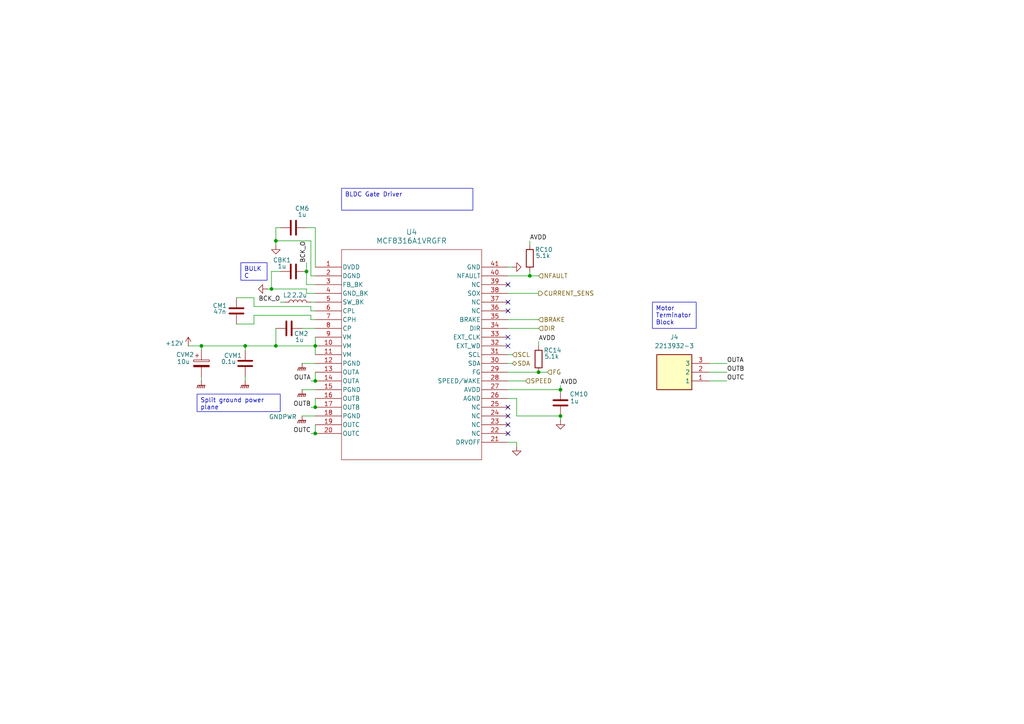
<source format=kicad_sch>
(kicad_sch (version 20231120) (generator "eeschema") (generator_version "8.0")
  (paper "A4")
  (title_block (title "FMU") (date "2024-04-05") (rev "1") (company "Daniel Pérez (steewBSD)") (comment 1 "Flight Management Unit for quadcopter"))
  (lib_symbols
    (symbol "2024-03-25_18-28-24:MCF8316A1VRGFR" (pin_names (offset 0.254))
      (property "Reference" "U" (at 27.94 10.16 0))
      (property "Value" "MCF8316A1VRGFR" (at 27.94 7.62 0))
      (symbol "MCF8316A1VRGFR_0_1"
        (polyline (pts (xy 7.62 -55.88) (xy 48.26 -55.88)) (stroke (width 0.127)))
        (polyline (pts (xy 7.62 5.08) (xy 7.62 -55.88)) (stroke (width 0.127)))
        (polyline (pts (xy 48.26 -55.88) (xy 48.26 5.08)) (stroke (width 0.127)))
        (polyline (pts (xy 48.26 5.08) (xy 7.62 5.08)) (stroke (width 0.127)))
        (pin power_in line (at 0 0 0) (length 7.62) (name "DVDD") (number "1"))
        (pin power_in line (at 0 -22.86 0) (length 7.62) (name "VM") (number "10"))
        (pin power_in line (at 0 -25.4 0) (length 7.62) (name "VM") (number "11"))
        (pin power_out line (at 0 -27.94 0) (length 7.62) (name "PGND") (number "12"))
        (pin output line (at 0 -30.48 0) (length 7.62) (name "OUTA") (number "13"))
        (pin output line (at 0 -33.02 0) (length 7.62) (name "OUTA") (number "14"))
        (pin power_in line (at 0 -35.56 0) (length 7.62) (name "PGND") (number "15"))
        (pin output line (at 0 -38.1 0) (length 7.62) (name "OUTB") (number "16"))
        (pin output line (at 0 -40.64 0) (length 7.62) (name "OUTB") (number "17"))
        (pin power_in line (at 0 -43.18 0) (length 7.62) (name "PGND") (number "18"))
        (pin output line (at 0 -45.72 0) (length 7.62) (name "OUTC") (number "19"))
        (pin power_out line (at 0 -2.54 0) (length 7.62) (name "DGND") (number "2"))
        (pin output line (at 0 -48.26 0) (length 7.62) (name "OUTC") (number "20"))
        (pin input line (at 55.88 -50.8 180) (length 7.62) (name "DRVOFF") (number "21"))
        (pin no_connect line (at 55.88 -48.26 180) (length 7.62) (name "NC") (number "22"))
        (pin no_connect line (at 55.88 -45.72 180) (length 7.62) (name "NC") (number "23"))
        (pin no_connect line (at 55.88 -43.18 180) (length 7.62) (name "NC") (number "24"))
        (pin no_connect line (at 55.88 -40.64 180) (length 7.62) (name "NC") (number "25"))
        (pin power_out line (at 55.88 -38.1 180) (length 7.62) (name "AGND") (number "26"))
        (pin power_in line (at 55.88 -35.56 180) (length 7.62) (name "AVDD") (number "27"))
        (pin input line (at 55.88 -33.02 180) (length 7.62) (name "SPEED/WAKE") (number "28"))
        (pin output line (at 55.88 -30.48 180) (length 7.62) (name "FG") (number "29"))
        (pin power_in line (at 0 -5.08 0) (length 7.62) (name "FB_BK") (number "3"))
        (pin bidirectional line (at 55.88 -27.94 180) (length 7.62) (name "SDA") (number "30"))
        (pin input line (at 55.88 -25.4 180) (length 7.62) (name "SCL") (number "31"))
        (pin input line (at 55.88 -22.86 180) (length 7.62) (name "EXT_WD") (number "32"))
        (pin input line (at 55.88 -20.32 180) (length 7.62) (name "EXT_CLK") (number "33"))
        (pin input line (at 55.88 -17.78 180) (length 7.62) (name "DIR") (number "34"))
        (pin input line (at 55.88 -15.24 180) (length 7.62) (name "BRAKE") (number "35"))
        (pin no_connect line (at 55.88 -12.7 180) (length 7.62) (name "NC") (number "36"))
        (pin no_connect line (at 55.88 -10.16 180) (length 7.62) (name "NC") (number "37"))
        (pin output line (at 55.88 -7.62 180) (length 7.62) (name "SOX") (number "38"))
        (pin no_connect line (at 55.88 -5.08 180) (length 7.62) (name "NC") (number "39"))
        (pin power_out line (at 0 -7.62 0) (length 7.62) (name "GND_BK") (number "4"))
        (pin output line (at 55.88 -2.54 180) (length 7.62) (name "NFAULT") (number "40"))
        (pin power_out line (at 55.88 0 180) (length 7.62) (name "GND") (number "41"))
        (pin power_in line (at 0 -10.16 0) (length 7.62) (name "SW_BK") (number "5"))
        (pin power_in line (at 0 -12.7 0) (length 7.62) (name "CPL") (number "6"))
        (pin power_in line (at 0 -15.24 0) (length 7.62) (name "CPH") (number "7"))
        (pin power_in line (at 0 -17.78 0) (length 7.62) (name "CP") (number "8"))
        (pin power_in line (at 0 -20.32 0) (length 7.62) (name "VM") (number "9"))
      )
    )
    (symbol "2213932-3:2213932-3"
      (property "Reference" "J" (at 16.51 7.62 0))
      (property "Value" "2213932-3" (at 16.51 5.08 0))
      (symbol "2213932-3_1_1"
        (rectangle (start 5.08 2.54) (end 15.24 -7.62) (stroke (width 0.254)) (fill (type background)))
        (pin passive line (at 0 0 0) (length 5.08) (name "1") (number "1"))
        (pin passive line (at 0 -2.54 0) (length 5.08) (name "2") (number "2"))
        (pin passive line (at 0 -5.08 0) (length 5.08) (name "3") (number "3"))
      )
    )
    (symbol "Device:C" (pin_numbers hide) (pin_names (offset 0.254))
      (property "Reference" "C" (at 0.635 2.54 0))
      (property "Value" "C" (at 0.635 -2.54 0))
      (symbol "C_0_1"
        (polyline (pts (xy -2.032 -0.762) (xy 2.032 -0.762)) (stroke (width 0.508)))
        (polyline (pts (xy -2.032 0.762) (xy 2.032 0.762)) (stroke (width 0.508)))
      )
      (symbol "C_1_1"
        (pin passive line (at 0 3.81 270) (length 2.794) (name "~") (number "1"))
        (pin passive line (at 0 -3.81 90) (length 2.794) (name "~") (number "2"))
      )
    )
    (symbol "Device:C_Polarized" (pin_numbers hide) (pin_names (offset 0.254))
      (property "Reference" "C" (at 0.635 2.54 0))
      (property "Value" "C_Polarized" (at 0.635 -2.54 0))
      (symbol "C_Polarized_0_1"
        (rectangle (start -2.286 0.508) (end 2.286 1.016))
        (polyline (pts (xy -1.778 2.286) (xy -0.762 2.286)))
        (polyline (pts (xy -1.27 2.794) (xy -1.27 1.778)))
        (rectangle (start 2.286 -0.508) (end -2.286 -1.016) (fill (type outline)))
      )
      (symbol "C_Polarized_1_1"
        (pin passive line (at 0 3.81 270) (length 2.794) (name "~") (number "1"))
        (pin passive line (at 0 -3.81 90) (length 2.794) (name "~") (number "2"))
      )
    )
    (symbol "Device:L" (pin_numbers hide) (pin_names (offset 1.016) hide)
      (property "Reference" "L" (at -1.27 0 90))
      (property "Value" "L" (at 1.905 0 90))
      (symbol "L_0_1"
        (arc (start 0 -2.54) (mid 0.6323 -1.905) (end 0 -1.27))
        (arc (start 0 -1.27) (mid 0.6323 -0.635) (end 0 0))
        (arc (start 0 0) (mid 0.6323 0.635) (end 0 1.27))
        (arc (start 0 1.27) (mid 0.6323 1.905) (end 0 2.54))
      )
      (symbol "L_1_1"
        (pin passive line (at 0 3.81 270) (length 1.27) (name "1") (number "1"))
        (pin passive line (at 0 -3.81 90) (length 1.27) (name "2") (number "2"))
      )
    )
    (symbol "Device:R" (pin_numbers hide) (pin_names (offset 0))
      (property "Reference" "R" (at 2.032 0 90))
      (property "Value" "R" (at 0 0 90))
      (symbol "R_0_1"
        (rectangle (start -1.016 -2.54) (end 1.016 2.54) (stroke (width 0.254)))
      )
      (symbol "R_1_1"
        (pin passive line (at 0 3.81 270) (length 1.27) (name "~") (number "1"))
        (pin passive line (at 0 -3.81 90) (length 1.27) (name "~") (number "2"))
      )
    )
    (symbol "power:+12V" (power) (pin_numbers hide) (pin_names (offset 0) hide)
      (property "Value" "+12V" (at 0 3.556 0))
      (symbol "+12V_0_1"
        (polyline (pts (xy -0.762 1.27) (xy 0 2.54)))
        (polyline (pts (xy 0 0) (xy 0 2.54)))
        (polyline (pts (xy 0 2.54) (xy 0.762 1.27)))
      )
      (symbol "+12V_1_1"
        (pin power_in line (at 0 0 90) (length 0) (name "~") (number "1"))
      )
    )
    (symbol "power:GND" (power) (pin_numbers hide) (pin_names (offset 0) hide)
      (property "Value" "GND" (at 0 -3.81 0))
      (symbol "GND_0_1"
        (polyline (pts (xy 0 0) (xy 0 -1.27) (xy 1.27 -1.27) (xy 0 -2.54) (xy -1.27 -1.27) (xy 0 -1.27)))
      )
      (symbol "GND_1_1"
        (pin power_in line (at 0 0 270) (length 0) (name "~") (number "1"))
      )
    )
    (symbol "power:GNDPWR" (power) (pin_numbers hide) (pin_names (offset 0) hide)
      (property "Value" "GNDPWR" (at 0 -3.302 0))
      (symbol "GNDPWR_0_1"
        (polyline (pts (xy 0 -1.27) (xy 0 0)))
        (polyline (pts (xy -1.016 -1.27) (xy -1.27 -2.032) (xy -1.27 -2.032)) (stroke (width 0.2032)))
        (polyline (pts (xy -0.508 -1.27) (xy -0.762 -2.032) (xy -0.762 -2.032)) (stroke (width 0.2032)))
        (polyline (pts (xy 0 -1.27) (xy -0.254 -2.032) (xy -0.254 -2.032)) (stroke (width 0.2032)))
        (polyline (pts (xy 0.508 -1.27) (xy 0.254 -2.032) (xy 0.254 -2.032)) (stroke (width 0.2032)))
        (polyline (pts (xy 1.016 -1.27) (xy -1.016 -1.27) (xy -1.016 -1.27)) (stroke (width 0.2032)))
        (polyline (pts (xy 1.016 -1.27) (xy 0.762 -2.032) (xy 0.762 -2.032) (xy 0.762 -2.032)) (stroke (width 0.2032)))
      )
      (symbol "GNDPWR_1_1"
        (pin power_in line (at 0 0 270) (length 0) (name "~") (number "1"))
      )
    )
  )
  (junction (at 162.56 113.03))
  (junction (at 91.44 110.49))
  (junction (at 78.74 83.82))
  (junction (at 58.42 100.33))
  (junction (at 156.21 107.95))
  (junction (at 88.9 78.74))
  (junction (at 162.56 120.65))
  (junction (at 80.01 69.85))
  (junction (at 80.01 100.33))
  (junction (at 71.12 100.33))
  (junction (at 91.44 100.33))
  (junction (at 153.67 80.01))
  (junction (at 91.44 118.11))
  (junction (at 91.44 125.73))
  (no_connect (at 147.32 123.19))
  (no_connect (at 147.32 125.73))
  (no_connect (at 147.32 120.65))
  (no_connect (at 147.32 118.11))
  (no_connect (at 147.32 82.55))
  (no_connect (at 147.32 97.79))
  (no_connect (at 147.32 87.63))
  (no_connect (at 147.32 90.17))
  (no_connect (at 147.32 100.33))
  (wire (pts (xy 149.86 129.54) (xy 149.86 128.27)))
  (wire (pts (xy 147.32 80.01) (xy 153.67 80.01)))
  (wire (pts (xy 90.17 90.17) (xy 91.44 90.17)))
  (wire (pts (xy 73.66 86.36) (xy 73.66 88.9)))
  (wire (pts (xy 87.63 95.25) (xy 91.44 95.25)))
  (wire (pts (xy 205.74 105.41) (xy 210.82 105.41)))
  (wire (pts (xy 149.86 115.57) (xy 149.86 120.65)))
  (wire (pts (xy 88.9 83.82) (xy 88.9 85.09)))
  (wire (pts (xy 88.9 76.2) (xy 88.9 78.74)))
  (wire (pts (xy 147.32 110.49) (xy 152.4 110.49)))
  (wire (pts (xy 91.44 97.79) (xy 91.44 100.33)))
  (wire (pts (xy 205.74 110.49) (xy 210.82 110.49)))
  (wire (pts (xy 54.61 100.33) (xy 58.42 100.33)))
  (wire (pts (xy 153.67 69.85) (xy 153.67 71.12)))
  (wire (pts (xy 147.32 92.71) (xy 156.21 92.71)))
  (wire (pts (xy 58.42 100.33) (xy 71.12 100.33)))
  (wire (pts (xy 87.63 120.65) (xy 91.44 120.65)))
  (wire (pts (xy 156.21 99.06) (xy 156.21 100.33)))
  (wire (pts (xy 78.74 78.74) (xy 78.74 83.82)))
  (wire (pts (xy 88.9 66.04) (xy 91.44 66.04)))
  (wire (pts (xy 73.66 91.44) (xy 90.17 91.44)))
  (wire (pts (xy 147.32 105.41) (xy 148.59 105.41)))
  (wire (pts (xy 90.17 110.49) (xy 91.44 110.49)))
  (wire (pts (xy 147.32 95.25) (xy 156.21 95.25)))
  (wire (pts (xy 88.9 85.09) (xy 91.44 85.09)))
  (wire (pts (xy 162.56 120.65) (xy 162.56 121.92)))
  (wire (pts (xy 162.56 111.76) (xy 162.56 113.03)))
  (wire (pts (xy 77.47 83.82) (xy 78.74 83.82)))
  (wire (pts (xy 149.86 128.27) (xy 147.32 128.27)))
  (wire (pts (xy 147.32 102.87) (xy 148.59 102.87)))
  (wire (pts (xy 91.44 115.57) (xy 91.44 118.11)))
  (wire (pts (xy 153.67 80.01) (xy 156.21 80.01)))
  (wire (pts (xy 149.86 120.65) (xy 162.56 120.65)))
  (wire (pts (xy 205.74 107.95) (xy 210.82 107.95)))
  (wire (pts (xy 91.44 66.04) (xy 91.44 77.47)))
  (wire (pts (xy 58.42 100.33) (xy 58.42 101.6)))
  (wire (pts (xy 73.66 93.98) (xy 73.66 91.44)))
  (wire (pts (xy 149.86 115.57) (xy 147.32 115.57)))
  (wire (pts (xy 153.67 78.74) (xy 153.67 80.01)))
  (wire (pts (xy 90.17 88.9) (xy 90.17 90.17)))
  (wire (pts (xy 91.44 123.19) (xy 91.44 125.73)))
  (wire (pts (xy 87.63 113.03) (xy 91.44 113.03)))
  (wire (pts (xy 68.58 93.98) (xy 73.66 93.98)))
  (wire (pts (xy 81.28 66.04) (xy 80.01 66.04)))
  (wire (pts (xy 90.17 91.44) (xy 90.17 92.71)))
  (wire (pts (xy 80.01 69.85) (xy 90.17 69.85)))
  (wire (pts (xy 90.17 118.11) (xy 91.44 118.11)))
  (wire (pts (xy 80.01 100.33) (xy 91.44 100.33)))
  (wire (pts (xy 78.74 78.74) (xy 81.28 78.74)))
  (wire (pts (xy 147.32 85.09) (xy 156.21 85.09)))
  (wire (pts (xy 90.17 92.71) (xy 91.44 92.71)))
  (wire (pts (xy 71.12 109.22) (xy 71.12 110.49)))
  (wire (pts (xy 68.58 86.36) (xy 73.66 86.36)))
  (wire (pts (xy 147.32 77.47) (xy 148.59 77.47)))
  (wire (pts (xy 90.17 125.73) (xy 91.44 125.73)))
  (wire (pts (xy 73.66 88.9) (xy 90.17 88.9)))
  (wire (pts (xy 88.9 82.55) (xy 91.44 82.55)))
  (wire (pts (xy 156.21 107.95) (xy 158.75 107.95)))
  (wire (pts (xy 80.01 71.12) (xy 80.01 69.85)))
  (wire (pts (xy 80.01 66.04) (xy 80.01 69.85)))
  (wire (pts (xy 91.44 107.95) (xy 91.44 110.49)))
  (wire (pts (xy 90.17 69.85) (xy 90.17 80.01)))
  (wire (pts (xy 58.42 109.22) (xy 58.42 110.49)))
  (wire (pts (xy 87.63 105.41) (xy 91.44 105.41)))
  (wire (pts (xy 78.74 83.82) (xy 88.9 83.82)))
  (wire (pts (xy 80.01 95.25) (xy 80.01 100.33)))
  (wire (pts (xy 91.44 100.33) (xy 91.44 102.87)))
  (wire (pts (xy 81.28 87.63) (xy 82.55 87.63)))
  (wire (pts (xy 147.32 113.03) (xy 162.56 113.03)))
  (wire (pts (xy 71.12 100.33) (xy 80.01 100.33)))
  (wire (pts (xy 71.12 100.33) (xy 71.12 101.6)))
  (wire (pts (xy 88.9 78.74) (xy 88.9 82.55)))
  (wire (pts (xy 90.17 87.63) (xy 91.44 87.63)))
  (wire (pts (xy 90.17 80.01) (xy 91.44 80.01)))
  (wire (pts (xy 147.32 107.95) (xy 156.21 107.95)))
  (text_box "Motor Terminator Block" (at 189.23 87.63 0) (size 12.7 7.62) (effects (font (size 1.27 1.27)) (justify left top)))
  (text_box "BULK\nC" (at 69.85 76.2 0) (size 7.62 5.08) (effects (font (size 1.27 1.27)) (justify left top)))
  (text_box "BLDC Gate Driver" (at 99.06 54.61 0) (size 38.1 6.35) (effects (font (size 1.27 1.27)) (justify left top)))
  (text_box "Split ground power plane" (at 57.15 114.3 0) (size 24.13 5.08) (effects (font (size 1.27 1.27)) (justify left top)))
  (label "AVDD" (at 162.56 111.76 0))
  (label "AVDD" (at 153.67 69.85 0))
  (label "OUTB" (at 210.82 107.95 0))
  (label "BCK_O" (at 81.28 87.63 180))
  (label "OUTC" (at 90.17 125.73 180))
  (label "BCK_O" (at 88.9 76.2 90))
  (label "AVDD" (at 156.21 99.06 0))
  (label "OUTB" (at 90.17 118.11 180))
  (label "OUTA" (at 90.17 110.49 180))
  (label "OUTA" (at 210.82 105.41 0))
  (label "OUTC" (at 210.82 110.49 0))
  (hierarchical_label "CURRENT_SENS" (shape output) (at 156.21 85.09 0))
  (hierarchical_label "DIR" (shape input) (at 156.21 95.25 0))
  (hierarchical_label "BRAKE" (shape input) (at 156.21 92.71 0))
  (hierarchical_label "NFAULT" (shape input) (at 156.21 80.01 0))
  (hierarchical_label "SCL" (shape input) (at 148.59 102.87 0))
  (hierarchical_label "SDA" (shape bidirectional) (at 148.59 105.41 0))
  (hierarchical_label "SPEED" (shape input) (at 152.4 110.49 0))
  (hierarchical_label "FG" (shape input) (at 158.75 107.95 0))
  (symbol (lib_id "power:GND") (at 80.01 71.12 0) (unit 1)
    (property "Reference" "#PWR050" (effects (hide yes)))
    (property "Value" "GND" (effects (hide yes)))
    (property "Description" "Power symbol creates a global label with name \"GND\" , ground" (effects (hide yes)))
    (instances (project "fmu" (path "" (reference "#PWR050") (unit 1)) (path "" (reference "#PWR051") (unit 1)) (path "" (reference "#PWR052") (unit 1)) (path "" (reference "#PWR053") (unit 1))))
  )
  (symbol (lib_id "Device:L") (at 86.36 87.63 90) (unit 1)
    (property "Reference" "L2" (at 83.312 85.598 90))
    (property "Value" "2.2u" (at 86.868 85.598 90))
    (property "Footprint" "Inductor_SMD:L_0603_1608Metric" (effects (hide yes)))
    (property "Description" "Inductor" (effects (hide yes)))
    (property "Sat Current" "8A" (effects (hide yes)))
    (instances (project "fmu" (path "" (reference "L2") (unit 1)) (path "" (reference "L5") (unit 1)) (path "" (reference "L6") (unit 1)) (path "" (reference "L7") (unit 1))))
  )
  (symbol (lib_id "Device:C") (at 83.82 95.25 90) (unit 1)
    (property "Reference" "CM2" (at 87.376 96.774 90))
    (property "Value" "1u" (at 86.868 98.552 90))
    (property "Footprint" "Capacitor_SMD:C_0603_1608Metric" (effects (hide yes)))
    (property "Description" "Unpolarized capacitor" (effects (hide yes)))
    (property "Type" "X5R" (effects (hide yes)))
    (instances (project "fmu" (path "" (reference "CM2") (unit 1)) (path "" (reference "CM3") (unit 1)) (path "" (reference "CM4") (unit 1)) (path "" (reference "CM5") (unit 1))))
  )
  (symbol (lib_id "Device:C_Polarized") (at 58.42 105.41 0) (unit 1)
    (property "Reference" "CVM2" (at 51.054 102.87 0) (effects (justify left)))
    (property "Value" "10u" (at 51.308 104.902 0) (effects (justify left)))
    (property "Description" "Polarized capacitor" (effects (hide yes)))
    (instances (project "fmu" (path "" (reference "CVM2") (unit 1)) (path "" (reference "C2") (unit 1)) (path "" (reference "C3") (unit 1)) (path "" (reference "C4") (unit 1))))
  )
  (symbol (lib_id "Device:R") (at 153.67 74.93 0) (unit 1)
    (property "Reference" "RC10" (at 157.734 72.39 0))
    (property "Value" "5.1k" (at 157.48 74.168 0))
    (property "Footprint" "Resistor_SMD:R_0603_1608Metric" (effects (hide yes)))
    (property "Description" "Resistor" (effects (hide yes)))
    (instances (project "fmu" (path "" (reference "RC10") (unit 1)) (path "" (reference "RC11") (unit 1)) (path "" (reference "RC12") (unit 1)) (path "" (reference "RC13") (unit 1))))
  )
  (symbol (lib_id "2024-03-25_18-28-24:MCF8316A1VRGFR") (at 91.44 77.47 0) (unit 1)
    (property "Reference" "U4" (at 119.38 67.31 0) (effects (font (size 1.524 1.524))))
    (property "Value" "MCF8316A1VRGFR" (at 119.38 69.85 0) (effects (font (size 1.524 1.524))))
    (property "Footprint" "VQFN40_RGF_TEX" (effects (hide yes)))
    (property "Datasheet" "MCF8316A1VRGFR" (effects (hide yes)))
    (instances (project "fmu" (path "" (reference "U4") (unit 1)) (path "" (reference "U5") (unit 1)) (path "" (reference "U6") (unit 1)) (path "" (reference "U7") (unit 1))))
  )
  (symbol (lib_id "power:+12V") (at 54.61 100.33 0) (unit 1)
    (property "Reference" "#PWR063" (effects (hide yes)))
    (property "Value" "+12V" (at 50.546 99.568 0))
    (property "Description" "Power symbol creates a global label with name \"+12V\"" (effects (hide yes)))
    (instances (project "fmu" (path "" (reference "#PWR063") (unit 1)) (path "" (reference "#PWR064") (unit 1)) (path "" (reference "#PWR065") (unit 1)) (path "" (reference "#PWR066") (unit 1))))
  )
  (symbol (lib_id "power:GNDPWR") (at 71.12 110.49 0) (unit 1)
    (property "Reference" "#PWR046" (effects (hide yes)))
    (property "Value" "GNDPWR" (effects (hide yes)))
    (property "Description" "Power symbol creates a global label with name \"GNDPWR\" , global ground" (effects (hide yes)))
    (instances (project "fmu" (path "" (reference "#PWR046") (unit 1)) (path "" (reference "#PWR047") (unit 1)) (path "" (reference "#PWR048") (unit 1)) (path "" (reference "#PWR049") (unit 1))))
  )
  (symbol (lib_id "power:GND") (at 162.56 121.92 0) (unit 1)
    (property "Reference" "#PWR054" (effects (hide yes)))
    (property "Value" "GND" (effects (hide yes)))
    (property "Description" "Power symbol creates a global label with name \"GND\" , ground" (effects (hide yes)))
    (instances (project "fmu" (path "" (reference "#PWR054") (unit 1)) (path "" (reference "#PWR055") (unit 1)) (path "" (reference "#PWR056") (unit 1)) (path "" (reference "#PWR057") (unit 1))))
  )
  (symbol (lib_id "Device:C") (at 162.56 116.84 0) (unit 1)
    (property "Reference" "CM10" (at 167.894 114.3 0))
    (property "Value" "1u" (at 166.624 116.332 0))
    (property "Footprint" "Capacitor_SMD:C_0603_1608Metric" (effects (hide yes)))
    (property "Description" "Unpolarized capacitor" (effects (hide yes)))
    (property "Type" "X5R" (effects (hide yes)))
    (instances (project "fmu" (path "" (reference "CM10") (unit 1)) (path "" (reference "CM11") (unit 1)) (path "" (reference "CM12") (unit 1)) (path "" (reference "CM13") (unit 1))))
  )
  (symbol (lib_id "power:GNDPWR") (at 87.63 120.65 0) (unit 1)
    (property "Reference" "#PWR071" (effects (hide yes)))
    (property "Value" "GNDPWR" (at 82.042 120.904 0))
    (property "Description" "Power symbol creates a global label with name \"GNDPWR\" , global ground" (effects (hide yes)))
    (instances (project "fmu" (path "" (reference "#PWR071") (unit 1)) (path "" (reference "#PWR072") (unit 1)) (path "" (reference "#PWR073") (unit 1)) (path "" (reference "#PWR074") (unit 1))))
  )
  (symbol (lib_id "Device:C") (at 85.09 78.74 90) (unit 1)
    (property "Reference" "CBK1" (at 81.788 75.438 90))
    (property "Value" "1u" (at 81.788 77.216 90))
    (property "Footprint" "Capacitor_SMD:C_0603_1608Metric" (effects (hide yes)))
    (property "Description" "Buck output capacitor" (effects (hide yes)))
    (property "Type" "X5R" (effects (hide yes)))
    (instances (project "fmu" (path "" (reference "CBK1") (unit 1)) (path "" (reference "CM18") (unit 1)) (path "" (reference "CM19") (unit 1)) (path "" (reference "CM20") (unit 1))))
  )
  (symbol (lib_id "power:GND") (at 149.86 129.54 0) (unit 1)
    (property "Reference" "#PWR097" (effects (hide yes)))
    (property "Value" "GND" (effects (hide yes)))
    (property "Description" "Power symbol creates a global label with name \"GND\" , ground" (effects (hide yes)))
    (instances (project "fmu" (path "" (reference "#PWR097") (unit 1)) (path "" (reference "#PWR098") (unit 1)) (path "" (reference "#PWR099") (unit 1)) (path "" (reference "#PWR0100") (unit 1))))
  )
  (symbol (lib_id "Device:C") (at 71.12 105.41 180) (unit 1)
    (property "Reference" "CVM1" (at 67.564 103.124 0))
    (property "Value" "0.1u" (at 66.294 104.902 0))
    (property "Footprint" "Capacitor_SMD:C_0603_1608Metric" (effects (hide yes)))
    (property "Description" "Unpolarized capacitor" (effects (hide yes)))
    (property "Type" "X5R" (effects (hide yes)))
    (instances (project "fmu" (path "" (reference "CVM1") (unit 1)) (path "" (reference "CM15") (unit 1)) (path "" (reference "CM16") (unit 1)) (path "" (reference "CM17") (unit 1))))
  )
  (symbol (lib_id "Device:R") (at 156.21 104.14 0) (unit 1)
    (property "Reference" "RC14" (at 160.274 101.6 0))
    (property "Value" "5.1k" (at 160.02 103.378 0))
    (property "Footprint" "Resistor_SMD:R_0603_1608Metric" (effects (hide yes)))
    (property "Description" "Resistor" (effects (hide yes)))
    (instances (project "fmu" (path "" (reference "RC14") (unit 1)) (path "" (reference "RC15") (unit 1)) (path "" (reference "RC16") (unit 1)) (path "" (reference "RC17") (unit 1))))
  )
  (symbol (lib_id "Device:C") (at 68.58 90.17 180) (unit 1)
    (property "Reference" "CM1" (at 63.754 88.646 0))
    (property "Value" "47n" (at 63.754 90.424 0))
    (property "Footprint" "Capacitor_SMD:C_0603_1608Metric" (effects (hide yes)))
    (property "Description" "Unpolarized capacitor" (effects (hide yes)))
    (property "Type" "X5R" (effects (hide yes)))
    (instances (project "fmu" (path "" (reference "CM1") (unit 1)) (path "" (reference "CC15") (unit 1)) (path "" (reference "CC16") (unit 1)) (path "" (reference "CC17") (unit 1))))
  )
  (symbol (lib_id "power:GNDPWR") (at 58.42 110.49 0) (unit 1)
    (property "Reference" "#PWR075" (effects (hide yes)))
    (property "Value" "GNDPWR" (effects (hide yes)))
    (property "Description" "Power symbol creates a global label with name \"GNDPWR\" , global ground" (effects (hide yes)))
    (instances (project "fmu" (path "" (reference "#PWR075") (unit 1)) (path "" (reference "#PWR076") (unit 1)) (path "" (reference "#PWR077") (unit 1)) (path "" (reference "#PWR078") (unit 1))))
  )
  (symbol (lib_id "power:GND") (at 148.59 77.47 90) (unit 1)
    (property "Reference" "#PWR058" (effects (hide yes)))
    (property "Value" "GND" (effects (hide yes)))
    (property "Description" "Power symbol creates a global label with name \"GND\" , ground" (effects (hide yes)))
    (instances (project "fmu" (path "" (reference "#PWR058") (unit 1)) (path "" (reference "#PWR059") (unit 1)) (path "" (reference "#PWR060") (unit 1)) (path "" (reference "#PWR061") (unit 1))))
  )
  (symbol (lib_id "power:GNDPWR") (at 87.63 113.03 0) (unit 1)
    (property "Reference" "#PWR038" (effects (hide yes)))
    (property "Value" "GNDPWR" (effects (hide yes)))
    (property "Description" "Power symbol creates a global label with name \"GNDPWR\" , global ground" (effects (hide yes)))
    (instances (project "fmu" (path "" (reference "#PWR038") (unit 1)) (path "" (reference "#PWR039") (unit 1)) (path "" (reference "#PWR040") (unit 1)) (path "" (reference "#PWR041") (unit 1))))
  )
  (symbol (lib_id "2213932-3:2213932-3") (at 205.74 110.49 180) (unit 1)
    (property "Reference" "J4" (at 195.58 97.79 0))
    (property "Value" "2213932-3" (at 195.58 100.33 0))
    (property "Footprint" "22139323" (effects (hide yes)))
    (property "Datasheet" "https://www.te.com/commerce/DocumentDelivery/DDEController?Action=srchrtrv&DocNm=1-1773930-3_BuchananWM_Brochure&DocType=Data%20Sheet&DocLang=English&PartCntxt=2213932-3&DocFormat=pdf" (effects (hide yes)))
    (property "Description" "Body Features: Primary Product Color Black | Product Orientation Right Angle | Configuration Features: Number of Positions 3 | Number of Rows 1 | Stacking Configuration Side Stackable | Contact Features: Contact Base Material Copper Alloy | Contact Current Rating (Max) 8 AMP | Electrical Characteristics: Operating Voltage 300 VAC | Housing Features: Housing Material Thermoplastic | Centerline (Pitch) 3.5 MM | Centerline (Pitch) .138 INCH | Mechanical Attachment: Connector Mounting Type Board Mount | Operati" (effects (hide yes)))
    (property "Height" "7.3" (effects (hide yes)))
    (property "Manufacturer_Name" "TE Connectivity" (effects (hide yes)))
    (property "Manufacturer_Part_Number" "2213932-3" (effects (hide yes)))
    (property "Mouser Part Number" "571-2213932-3" (effects (hide yes)))
    (property "Mouser Price/Stock" "https://www.mouser.co.uk/ProductDetail/TE-Connectivity-Buchanan/2213932-3?qs=BZBei1rCqCCO0MoCZAK8Cw%3D%3D" (effects (hide yes)))
    (property "Arrow Part Number" "2213932-3" (effects (hide yes)))
    (property "Arrow Price/Stock" "https://www.arrow.com/en/products/2213932-3/te-connectivity?region=nac" (effects (hide yes)))
    (instances (project "fmu" (path "" (reference "J4") (unit 1)) (path "" (reference "J5") (unit 1)) (path "" (reference "J6") (unit 1)) (path "" (reference "J7") (unit 1))))
  )
  (symbol (lib_id "power:GND") (at 77.47 83.82 270) (unit 1)
    (property "Reference" "#PWR067" (effects (hide yes)))
    (property "Value" "GND" (effects (hide yes)))
    (property "Description" "Power symbol creates a global label with name \"GND\" , ground" (effects (hide yes)))
    (instances (project "fmu" (path "" (reference "#PWR067") (unit 1)) (path "" (reference "#PWR068") (unit 1)) (path "" (reference "#PWR069") (unit 1)) (path "" (reference "#PWR070") (unit 1))))
  )
  (symbol (lib_id "power:GNDPWR") (at 87.63 105.41 0) (unit 1)
    (property "Reference" "#PWR042" (effects (hide yes)))
    (property "Value" "GNDPWR" (effects (hide yes)))
    (property "Description" "Power symbol creates a global label with name \"GNDPWR\" , global ground" (effects (hide yes)))
    (instances (project "fmu" (path "" (reference "#PWR042") (unit 1)) (path "" (reference "#PWR043") (unit 1)) (path "" (reference "#PWR044") (unit 1)) (path "" (reference "#PWR045") (unit 1))))
  )
  (symbol (lib_id "Device:C") (at 85.09 66.04 90) (unit 1)
    (property "Reference" "CM6" (at 87.63 60.452 90))
    (property "Value" "1u" (at 87.63 62.23 90))
    (property "Footprint" "Capacitor_SMD:C_0603_1608Metric" (effects (hide yes)))
    (property "Description" "Unpolarized capacitor" (effects (hide yes)))
    (property "Type" "X5R" (effects (hide yes)))
    (instances (project "fmu" (path "" (reference "CM6") (unit 1)) (path "" (reference "CM7") (unit 1)) (path "" (reference "CM8") (unit 1)) (path "" (reference "CM9") (unit 1))))
  )
)
</source>
